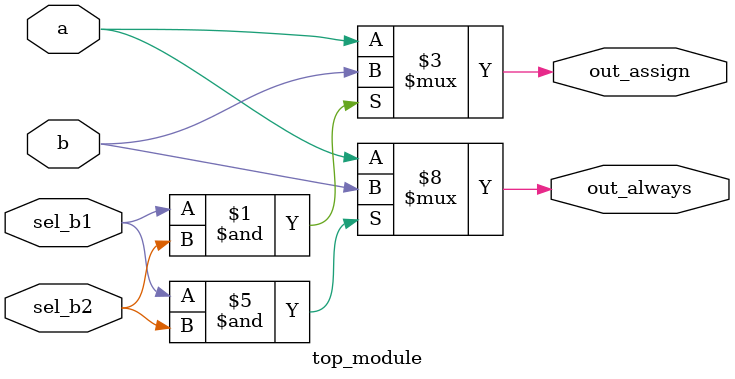
<source format=v>
module top_module(
    input a,
    input b,
    input sel_b1,
    input sel_b2,
    output wire out_assign,
    output reg out_always   
); 

    assign out_assign = (!(sel_b1 & sel_b2))? a: b;
    
    always @( * ) begin
        if (!(sel_b1 & sel_b2)) begin
            out_always = a;
        end else begin
            out_always = b;
        end
        
    end

endmodule
</source>
